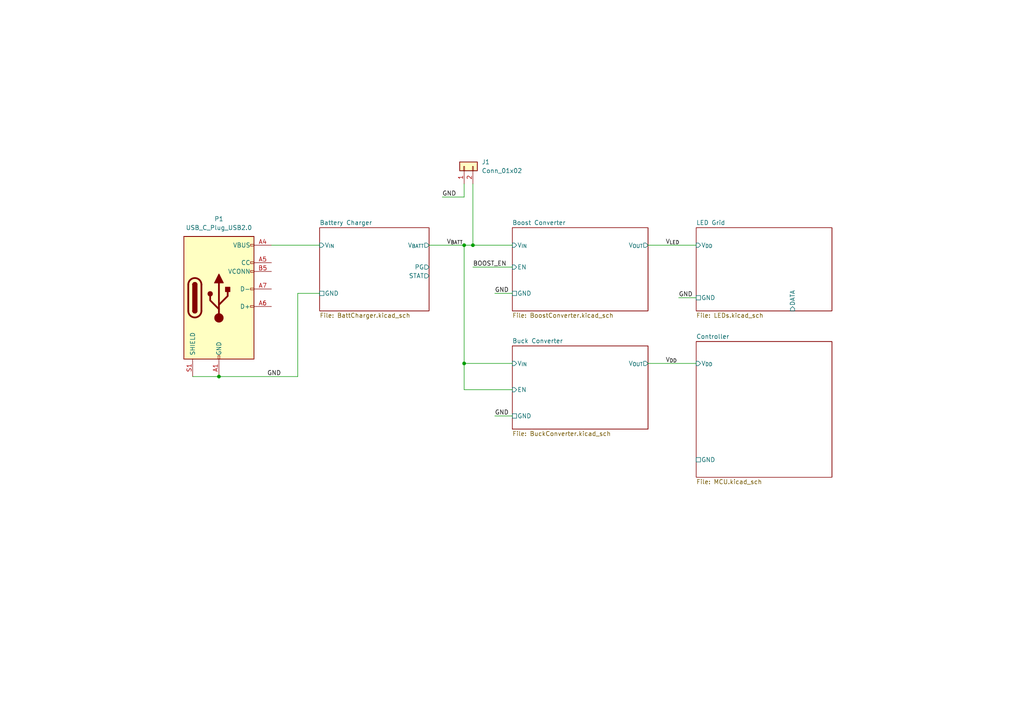
<source format=kicad_sch>
(kicad_sch (version 20211123) (generator eeschema)
  (paper "A4")
  (lib_symbols
    (symbol "Connector:USB_C_Plug_USB2.0" (pin_names (offset 1.016))
      (property "Reference" "P" (at -10.16 19.05 0))
      (property "Value" "USB_C_Plug_USB2.0" (at 12.7 19.05 0))
      (symbol "USB_C_Plug_USB2.0_0_0"
        (rectangle (start -0.254 -17.78) (end 0.254 -16.764))
        (rectangle (start 10.16 -2.286) (end 9.144 -2.794))
        (rectangle (start 10.16 2.794) (end 9.144 2.286))
        (rectangle (start 10.16 7.874) (end 9.144 7.366))
        (rectangle (start 10.16 10.414) (end 9.144 9.906))
        (rectangle (start 10.16 15.494) (end 9.144 14.986))
      )
      (symbol "USB_C_Plug_USB2.0_0_1"
        (rectangle (start -10.16 17.78) (end 10.16 -17.78) (stroke (width 0.254)) (fill (type background)))
        (arc (start -8.89 -3.81) (mid -6.985 -5.715) (end -5.08 -3.81) (stroke (width 0.508)))
        (arc (start -7.62 -3.81) (mid -6.985 -4.445) (end -6.35 -3.81) (stroke (width 0.254)))
        (arc (start -7.62 -3.81) (mid -6.985 -4.445) (end -6.35 -3.81) (stroke (width 0.254)) (fill (type outline)))
        (rectangle (start -7.62 -3.81) (end -6.35 3.81) (stroke (width 0.254)) (fill (type outline)))
        (arc (start -6.35 3.81) (mid -6.985 4.445) (end -7.62 3.81) (stroke (width 0.254)))
        (arc (start -6.35 3.81) (mid -6.985 4.445) (end -7.62 3.81) (stroke (width 0.254)) (fill (type outline)))
        (arc (start -5.08 3.81) (mid -6.985 5.715) (end -8.89 3.81) (stroke (width 0.508)))
        (circle (center -2.54 1.143) (radius 0.635) (stroke (width 0.254)) (fill (type outline)))
        (circle (center 0 -5.842) (radius 1.27) (fill (type outline)))
        (polyline (pts (xy -8.89 -3.81) (xy -8.89 3.81)) (stroke (width 0.508)))
        (polyline (pts (xy -5.08 3.81) (xy -5.08 -3.81)) (stroke (width 0.508)))
        (polyline (pts (xy 0 -5.842) (xy 0 4.318)) (stroke (width 0.508)))
        (polyline (pts (xy 0 -3.302) (xy -2.54 -0.762) (xy -2.54 0.508)) (stroke (width 0.508)))
        (polyline (pts (xy 0 -2.032) (xy 2.54 0.508) (xy 2.54 1.778)) (stroke (width 0.508)))
        (polyline (pts (xy -1.27 4.318) (xy 0 6.858) (xy 1.27 4.318) (xy -1.27 4.318)) (stroke (width 0.254)) (fill (type outline)))
        (rectangle (start 1.905 1.778) (end 3.175 3.048) (stroke (width 0.254)) (fill (type outline)))
      )
      (symbol "USB_C_Plug_USB2.0_1_1"
        (pin passive line (at 0 -22.86 90) (length 5.08) (name "GND") (number "A1"))
        (pin passive line (at 0 -22.86 90) (length 5.08) hide (name "GND") (number "A12"))
        (pin passive line (at 15.24 15.24 180) (length 5.08) (name "VBUS") (number "A4"))
        (pin bidirectional line (at 15.24 10.16 180) (length 5.08) (name "CC") (number "A5"))
        (pin bidirectional line (at 15.24 -2.54 180) (length 5.08) (name "D+") (number "A6"))
        (pin bidirectional line (at 15.24 2.54 180) (length 5.08) (name "D-") (number "A7"))
        (pin passive line (at 15.24 15.24 180) (length 5.08) hide (name "VBUS") (number "A9"))
        (pin passive line (at 0 -22.86 90) (length 5.08) hide (name "GND") (number "B1"))
        (pin passive line (at 0 -22.86 90) (length 5.08) hide (name "GND") (number "B12"))
        (pin passive line (at 15.24 15.24 180) (length 5.08) hide (name "VBUS") (number "B4"))
        (pin bidirectional line (at 15.24 7.62 180) (length 5.08) (name "VCONN") (number "B5"))
        (pin passive line (at 15.24 15.24 180) (length 5.08) hide (name "VBUS") (number "B9"))
        (pin passive line (at -7.62 -22.86 90) (length 5.08) (name "SHIELD") (number "S1"))
      )
    )
    (symbol "Connector_Generic:Conn_01x02" (pin_names (offset 1.016) hide)
      (property "Reference" "J" (at 0 2.54 0))
      (property "Value" "Conn_01x02" (at 0 -5.08 0))
      (symbol "Conn_01x02_1_1"
        (rectangle (start -1.27 -2.413) (end 0 -2.667) (stroke (width 0.1524)))
        (rectangle (start -1.27 0.127) (end 0 -0.127) (stroke (width 0.1524)))
        (rectangle (start -1.27 1.27) (end 1.27 -3.81) (stroke (width 0.254)) (fill (type background)))
        (pin passive line (at -5.08 0 0) (length 3.81) (name "Pin_1") (number "1"))
        (pin passive line (at -5.08 -2.54 0) (length 3.81) (name "Pin_2") (number "2"))
      )
    )
  )
  (junction (at 63.5 109.22))
  (junction (at 134.62 71.12))
  (junction (at 134.62 105.41))
  (junction (at 137.16 71.12))
  (wire (pts (xy 137.16 53.34) (xy 137.16 71.12)))
  (wire (pts (xy 134.62 71.12) (xy 134.62 105.41)))
  (wire (pts (xy 134.62 113.03) (xy 134.62 105.41)))
  (wire (pts (xy 143.51 85.09) (xy 148.59 85.09)))
  (wire (pts (xy 124.46 71.12) (xy 134.62 71.12)))
  (wire (pts (xy 196.85 86.36) (xy 201.93 86.36)))
  (wire (pts (xy 86.36 109.22) (xy 86.36 85.09)))
  (wire (pts (xy 148.59 113.03) (xy 134.62 113.03)))
  (wire (pts (xy 63.5 109.22) (xy 86.36 109.22)))
  (wire (pts (xy 134.62 53.34) (xy 134.62 57.15)))
  (wire (pts (xy 86.36 85.09) (xy 92.71 85.09)))
  (wire (pts (xy 78.74 71.12) (xy 92.71 71.12)))
  (wire (pts (xy 187.96 105.41) (xy 201.93 105.41)))
  (wire (pts (xy 134.62 71.12) (xy 137.16 71.12)))
  (wire (pts (xy 148.59 105.41) (xy 134.62 105.41)))
  (wire (pts (xy 128.27 57.15) (xy 134.62 57.15)))
  (wire (pts (xy 55.88 109.22) (xy 63.5 109.22)))
  (wire (pts (xy 143.51 120.65) (xy 148.59 120.65)))
  (wire (pts (xy 187.96 71.12) (xy 201.93 71.12)))
  (wire (pts (xy 137.16 77.47) (xy 148.59 77.47)))
  (wire (pts (xy 137.16 71.12) (xy 148.59 71.12)))
  (label "GND" (at 196.85 86.36 0))
  (label "GND" (at 143.51 85.09 0))
  (label "GND" (at 143.51 120.65 0))
  (label "V_{LED}" (at 193.04 71.12 0))
  (label "V_{BATT}" (at 129.54 71.12 0))
  (label "BOOST_EN" (at 137.16 77.47 0))
  (label "V_{DD}" (at 193.04 105.41 0))
  (label "GND" (at 77.47 109.22 0))
  (label "GND" (at 128.27 57.15 0))
  (symbol (lib_id "Connector_Generic:Conn_01x02") (at 134.62 48.26 90) (unit 1)
    (property "Reference" "J1" (at 139.7 46.9899 90) (effects (justify right)))
    (property "Value" "Conn_01x02" (at 139.7 49.5299 90) (effects (justify right)))
  )
  (symbol (lib_id "Connector:USB_C_Plug_USB2.0") (at 63.5 86.36 0) (unit 1)
    (property "Reference" "P1" (at 63.5 63.5 0))
    (property "Value" "USB_C_Plug_USB2.0" (at 63.5 66.04 0))
    (property "Datasheet" "https://www.usb.org/sites/default/files/documents/usb_type-c.zip" (effects hide))
  )
  (sheet (at 148.59 66.04) (size 39.37 24.13) (stroke (width 0.1524))
    (property "Sheet name" "Boost Converter" (at 148.59 65.3284 0) (effects (justify left bottom)))
    (property "Sheet file" "BoostConverter.kicad_sch" (at 148.59 90.7546 0) (effects (justify left top)))
    (pin "V_{IN}" input (at 148.59 71.12 180))
    (pin "GND" passive (at 148.59 85.09 180))
    (pin "V_{OUT}" output (at 187.96 71.12 0))
    (pin "EN" input (at 148.59 77.47 180))
  )
  (sheet (at 201.93 66.04) (size 39.37 24.13) (stroke (width 0.1524))
    (property "Sheet name" "LED Grid" (at 201.93 65.3284 0) (effects (justify left bottom)))
    (property "Sheet file" "LEDs.kicad_sch" (at 201.93 90.7546 0) (effects (justify left top)))
    (pin "DATA" input (at 229.87 90.17 270))
    (pin "V_{DD}" input (at 201.93 71.12 180))
    (pin "GND" passive (at 201.93 86.36 180))
  )
  (sheet (at 148.59 100.33) (size 39.37 24.13) (stroke (width 0.1524))
    (property "Sheet name" "Buck Converter" (at 148.59 99.6184 0) (effects (justify left bottom)))
    (property "Sheet file" "BuckConverter.kicad_sch" (at 148.59 125.0446 0) (effects (justify left top)))
    (pin "EN" input (at 148.59 113.03 180))
    (pin "GND" passive (at 148.59 120.65 180))
    (pin "V_{IN}" input (at 148.59 105.41 180))
    (pin "V_{OUT}" output (at 187.96 105.41 0))
  )
  (sheet (at 92.71 66.04) (size 31.75 24.13) (stroke (width 0.1524))
    (property "Sheet name" "Battery Charger" (at 92.71 65.3284 0) (effects (justify left bottom)))
    (property "Sheet file" "BattCharger.kicad_sch" (at 92.71 90.7546 0) (effects (justify left top)))
    (pin "GND" passive (at 92.71 85.09 180))
    (pin "V_{IN}" input (at 92.71 71.12 180))
    (pin "V_{BATT}" output (at 124.46 71.12 0))
    (pin "PG" output (at 124.46 77.47 0))
    (pin "STAT" output (at 124.46 80.01 0))
  )
  (sheet (at 201.93 99.06) (size 39.37 39.37) (stroke (width 0.1524))
    (property "Sheet name" "Controller" (at 201.93 98.3484 0) (effects (justify left bottom)))
    (property "Sheet file" "MCU.kicad_sch" (at 201.93 139.0146 0) (effects (justify left top)))
    (pin "V_{DD}" input (at 201.93 105.41 180))
    (pin "GND" passive (at 201.93 133.35 180))
  )
)
</source>
